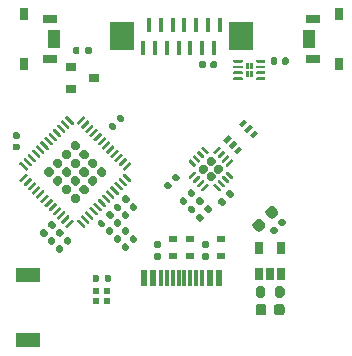
<source format=gbr>
%TF.GenerationSoftware,KiCad,Pcbnew,(5.1.12-1-10_14)*%
%TF.CreationDate,2022-05-03T17:18:33+08:00*%
%TF.ProjectId,DeerMon,44656572-4d6f-46e2-9e6b-696361645f70,V1.2*%
%TF.SameCoordinates,Original*%
%TF.FileFunction,Paste,Top*%
%TF.FilePolarity,Positive*%
%FSLAX46Y46*%
G04 Gerber Fmt 4.6, Leading zero omitted, Abs format (unit mm)*
G04 Created by KiCad (PCBNEW (5.1.12-1-10_14)) date 2022-05-03 17:18:33*
%MOMM*%
%LPD*%
G01*
G04 APERTURE LIST*
%ADD10R,0.500000X0.500000*%
%ADD11R,0.700000X0.600000*%
%ADD12R,0.300000X1.450000*%
%ADD13R,0.600000X1.450000*%
%ADD14R,0.650000X1.060000*%
%ADD15R,1.000000X1.500000*%
%ADD16R,1.200000X0.700000*%
%ADD17R,0.700000X1.100000*%
%ADD18R,2.000000X1.200000*%
%ADD19R,2.000000X2.400000*%
%ADD20R,0.400000X1.150000*%
%ADD21R,0.900000X0.800000*%
%ADD22C,0.350000*%
G04 APERTURE END LIST*
D10*
%TO.C,D4*%
X8700000Y12950000D03*
X7800000Y12950000D03*
X7800000Y12050000D03*
X8700000Y12050000D03*
%TD*%
%TO.C,C3*%
G36*
G01*
X17450000Y31930000D02*
X17450000Y32270000D01*
G75*
G02*
X17590000Y32410000I140000J0D01*
G01*
X17870000Y32410000D01*
G75*
G02*
X18010000Y32270000I0J-140000D01*
G01*
X18010000Y31930000D01*
G75*
G02*
X17870000Y31790000I-140000J0D01*
G01*
X17590000Y31790000D01*
G75*
G02*
X17450000Y31930000I0J140000D01*
G01*
G37*
G36*
G01*
X16490000Y31930000D02*
X16490000Y32270000D01*
G75*
G02*
X16630000Y32410000I140000J0D01*
G01*
X16910000Y32410000D01*
G75*
G02*
X17050000Y32270000I0J-140000D01*
G01*
X17050000Y31930000D01*
G75*
G02*
X16910000Y31790000I-140000J0D01*
G01*
X16630000Y31790000D01*
G75*
G02*
X16490000Y31930000I0J140000D01*
G01*
G37*
%TD*%
%TO.C,C4*%
G36*
G01*
X23436629Y18421213D02*
X23196213Y18661629D01*
G75*
G02*
X23196213Y18859619I98995J98995D01*
G01*
X23394203Y19057609D01*
G75*
G02*
X23592193Y19057609I98995J-98995D01*
G01*
X23832609Y18817193D01*
G75*
G02*
X23832609Y18619203I-98995J-98995D01*
G01*
X23634619Y18421213D01*
G75*
G02*
X23436629Y18421213I-98995J98995D01*
G01*
G37*
G36*
G01*
X22757807Y17742391D02*
X22517391Y17982807D01*
G75*
G02*
X22517391Y18180797I98995J98995D01*
G01*
X22715381Y18378787D01*
G75*
G02*
X22913371Y18378787I98995J-98995D01*
G01*
X23153787Y18138371D01*
G75*
G02*
X23153787Y17940381I-98995J-98995D01*
G01*
X22955797Y17742391D01*
G75*
G02*
X22757807Y17742391I-98995J98995D01*
G01*
G37*
%TD*%
%TO.C,C8*%
G36*
G01*
X23500000Y32230000D02*
X23500000Y32570000D01*
G75*
G02*
X23640000Y32710000I140000J0D01*
G01*
X23920000Y32710000D01*
G75*
G02*
X24060000Y32570000I0J-140000D01*
G01*
X24060000Y32230000D01*
G75*
G02*
X23920000Y32090000I-140000J0D01*
G01*
X23640000Y32090000D01*
G75*
G02*
X23500000Y32230000I0J140000D01*
G01*
G37*
G36*
G01*
X22540000Y32230000D02*
X22540000Y32570000D01*
G75*
G02*
X22680000Y32710000I140000J0D01*
G01*
X22960000Y32710000D01*
G75*
G02*
X23100000Y32570000I0J-140000D01*
G01*
X23100000Y32230000D01*
G75*
G02*
X22960000Y32090000I-140000J0D01*
G01*
X22680000Y32090000D01*
G75*
G02*
X22540000Y32230000I0J140000D01*
G01*
G37*
%TD*%
%TO.C,C11*%
G36*
G01*
X10338371Y19678787D02*
X10578787Y19438371D01*
G75*
G02*
X10578787Y19240381I-98995J-98995D01*
G01*
X10380797Y19042391D01*
G75*
G02*
X10182807Y19042391I-98995J98995D01*
G01*
X9942391Y19282807D01*
G75*
G02*
X9942391Y19480797I98995J98995D01*
G01*
X10140381Y19678787D01*
G75*
G02*
X10338371Y19678787I98995J-98995D01*
G01*
G37*
G36*
G01*
X11017193Y20357609D02*
X11257609Y20117193D01*
G75*
G02*
X11257609Y19919203I-98995J-98995D01*
G01*
X11059619Y19721213D01*
G75*
G02*
X10861629Y19721213I-98995J98995D01*
G01*
X10621213Y19961629D01*
G75*
G02*
X10621213Y20159619I98995J98995D01*
G01*
X10819203Y20357609D01*
G75*
G02*
X11017193Y20357609I98995J-98995D01*
G01*
G37*
%TD*%
%TO.C,C13*%
G36*
G01*
X8988371Y18328787D02*
X9228787Y18088371D01*
G75*
G02*
X9228787Y17890381I-98995J-98995D01*
G01*
X9030797Y17692391D01*
G75*
G02*
X8832807Y17692391I-98995J98995D01*
G01*
X8592391Y17932807D01*
G75*
G02*
X8592391Y18130797I98995J98995D01*
G01*
X8790381Y18328787D01*
G75*
G02*
X8988371Y18328787I98995J-98995D01*
G01*
G37*
G36*
G01*
X9667193Y19007609D02*
X9907609Y18767193D01*
G75*
G02*
X9907609Y18569203I-98995J-98995D01*
G01*
X9709619Y18371213D01*
G75*
G02*
X9511629Y18371213I-98995J98995D01*
G01*
X9271213Y18611629D01*
G75*
G02*
X9271213Y18809619I98995J98995D01*
G01*
X9469203Y19007609D01*
G75*
G02*
X9667193Y19007609I98995J-98995D01*
G01*
G37*
%TD*%
D11*
%TO.C,D1*%
X15750000Y15900000D03*
X15750000Y17300000D03*
%TD*%
%TO.C,D2*%
X14250000Y15900000D03*
X14250000Y17300000D03*
%TD*%
%TO.C,D3*%
X18300000Y15900000D03*
X18300000Y17300000D03*
%TD*%
D12*
%TO.C,J1*%
X14750000Y14045000D03*
X16750000Y14045000D03*
X16250000Y14045000D03*
X15750000Y14045000D03*
X15250000Y14045000D03*
X14250000Y14045000D03*
X13750000Y14045000D03*
X13250000Y14045000D03*
D13*
X18200000Y14045000D03*
X17400000Y14045000D03*
X12600000Y14045000D03*
X11800000Y14045000D03*
X11800000Y14045000D03*
X12600000Y14045000D03*
X17400000Y14045000D03*
X18200000Y14045000D03*
%TD*%
%TO.C,R3*%
G36*
G01*
X12790000Y16135000D02*
X13160000Y16135000D01*
G75*
G02*
X13295000Y16000000I0J-135000D01*
G01*
X13295000Y15730000D01*
G75*
G02*
X13160000Y15595000I-135000J0D01*
G01*
X12790000Y15595000D01*
G75*
G02*
X12655000Y15730000I0J135000D01*
G01*
X12655000Y16000000D01*
G75*
G02*
X12790000Y16135000I135000J0D01*
G01*
G37*
G36*
G01*
X12790000Y17155000D02*
X13160000Y17155000D01*
G75*
G02*
X13295000Y17020000I0J-135000D01*
G01*
X13295000Y16750000D01*
G75*
G02*
X13160000Y16615000I-135000J0D01*
G01*
X12790000Y16615000D01*
G75*
G02*
X12655000Y16750000I0J135000D01*
G01*
X12655000Y17020000D01*
G75*
G02*
X12790000Y17155000I135000J0D01*
G01*
G37*
%TD*%
%TO.C,R4*%
G36*
G01*
X16840000Y16135000D02*
X17210000Y16135000D01*
G75*
G02*
X17345000Y16000000I0J-135000D01*
G01*
X17345000Y15730000D01*
G75*
G02*
X17210000Y15595000I-135000J0D01*
G01*
X16840000Y15595000D01*
G75*
G02*
X16705000Y15730000I0J135000D01*
G01*
X16705000Y16000000D01*
G75*
G02*
X16840000Y16135000I135000J0D01*
G01*
G37*
G36*
G01*
X16840000Y17155000D02*
X17210000Y17155000D01*
G75*
G02*
X17345000Y17020000I0J-135000D01*
G01*
X17345000Y16750000D01*
G75*
G02*
X17210000Y16615000I-135000J0D01*
G01*
X16840000Y16615000D01*
G75*
G02*
X16705000Y16750000I0J135000D01*
G01*
X16705000Y17020000D01*
G75*
G02*
X16840000Y17155000I135000J0D01*
G01*
G37*
%TD*%
%TO.C,R7*%
G36*
G01*
X17200520Y19538891D02*
X16938891Y19800520D01*
G75*
G02*
X16938891Y19991438I95459J95459D01*
G01*
X17129810Y20182357D01*
G75*
G02*
X17320728Y20182357I95459J-95459D01*
G01*
X17582357Y19920728D01*
G75*
G02*
X17582357Y19729810I-95459J-95459D01*
G01*
X17391438Y19538891D01*
G75*
G02*
X17200520Y19538891I-95459J95459D01*
G01*
G37*
G36*
G01*
X16479272Y18817643D02*
X16217643Y19079272D01*
G75*
G02*
X16217643Y19270190I95459J95459D01*
G01*
X16408562Y19461109D01*
G75*
G02*
X16599480Y19461109I95459J-95459D01*
G01*
X16861109Y19199480D01*
G75*
G02*
X16861109Y19008562I-95459J-95459D01*
G01*
X16670190Y18817643D01*
G75*
G02*
X16479272Y18817643I-95459J95459D01*
G01*
G37*
%TD*%
%TO.C,R8*%
G36*
G01*
X16500520Y20238891D02*
X16238891Y20500520D01*
G75*
G02*
X16238891Y20691438I95459J95459D01*
G01*
X16429810Y20882357D01*
G75*
G02*
X16620728Y20882357I95459J-95459D01*
G01*
X16882357Y20620728D01*
G75*
G02*
X16882357Y20429810I-95459J-95459D01*
G01*
X16691438Y20238891D01*
G75*
G02*
X16500520Y20238891I-95459J95459D01*
G01*
G37*
G36*
G01*
X15779272Y19517643D02*
X15517643Y19779272D01*
G75*
G02*
X15517643Y19970190I95459J95459D01*
G01*
X15708562Y20161109D01*
G75*
G02*
X15899480Y20161109I95459J-95459D01*
G01*
X16161109Y19899480D01*
G75*
G02*
X16161109Y19708562I-95459J-95459D01*
G01*
X15970190Y19517643D01*
G75*
G02*
X15779272Y19517643I-95459J95459D01*
G01*
G37*
%TD*%
%TO.C,R10*%
G36*
G01*
X8274480Y18986109D02*
X8536109Y18724480D01*
G75*
G02*
X8536109Y18533562I-95459J-95459D01*
G01*
X8345190Y18342643D01*
G75*
G02*
X8154272Y18342643I-95459J95459D01*
G01*
X7892643Y18604272D01*
G75*
G02*
X7892643Y18795190I95459J95459D01*
G01*
X8083562Y18986109D01*
G75*
G02*
X8274480Y18986109I95459J-95459D01*
G01*
G37*
G36*
G01*
X8995728Y19707357D02*
X9257357Y19445728D01*
G75*
G02*
X9257357Y19254810I-95459J-95459D01*
G01*
X9066438Y19063891D01*
G75*
G02*
X8875520Y19063891I-95459J95459D01*
G01*
X8613891Y19325520D01*
G75*
G02*
X8613891Y19516438I95459J95459D01*
G01*
X8804810Y19707357D01*
G75*
G02*
X8995728Y19707357I95459J-95459D01*
G01*
G37*
%TD*%
%TO.C,R12*%
G36*
G01*
X10225520Y20413891D02*
X9963891Y20675520D01*
G75*
G02*
X9963891Y20866438I95459J95459D01*
G01*
X10154810Y21057357D01*
G75*
G02*
X10345728Y21057357I95459J-95459D01*
G01*
X10607357Y20795728D01*
G75*
G02*
X10607357Y20604810I-95459J-95459D01*
G01*
X10416438Y20413891D01*
G75*
G02*
X10225520Y20413891I-95459J95459D01*
G01*
G37*
G36*
G01*
X9504272Y19692643D02*
X9242643Y19954272D01*
G75*
G02*
X9242643Y20145190I95459J95459D01*
G01*
X9433562Y20336109D01*
G75*
G02*
X9624480Y20336109I95459J-95459D01*
G01*
X9886109Y20074480D01*
G75*
G02*
X9886109Y19883562I-95459J-95459D01*
G01*
X9695190Y19692643D01*
G75*
G02*
X9504272Y19692643I-95459J95459D01*
G01*
G37*
%TD*%
D14*
%TO.C,U3*%
X21550000Y16600000D03*
X23450000Y16600000D03*
X23450000Y14400000D03*
X22500000Y14400000D03*
X21550000Y14400000D03*
%TD*%
%TO.C,U4*%
G36*
G01*
X7882672Y23609879D02*
X7617507Y23344714D01*
G75*
G02*
X7352341Y23344714I-132583J132583D01*
G01*
X7087176Y23609879D01*
G75*
G02*
X7087176Y23875045I132583J132583D01*
G01*
X7352341Y24140210D01*
G75*
G02*
X7617507Y24140210I132583J-132583D01*
G01*
X7882672Y23875045D01*
G75*
G02*
X7882672Y23609879I-132583J-132583D01*
G01*
G37*
G36*
G01*
X7140210Y22867417D02*
X6875045Y22602252D01*
G75*
G02*
X6609879Y22602252I-132583J132583D01*
G01*
X6344714Y22867417D01*
G75*
G02*
X6344714Y23132583I132583J132583D01*
G01*
X6609879Y23397748D01*
G75*
G02*
X6875045Y23397748I132583J-132583D01*
G01*
X7140210Y23132583D01*
G75*
G02*
X7140210Y22867417I-132583J-132583D01*
G01*
G37*
G36*
G01*
X6397748Y22124955D02*
X6132583Y21859790D01*
G75*
G02*
X5867417Y21859790I-132583J132583D01*
G01*
X5602252Y22124955D01*
G75*
G02*
X5602252Y22390121I132583J132583D01*
G01*
X5867417Y22655286D01*
G75*
G02*
X6132583Y22655286I132583J-132583D01*
G01*
X6397748Y22390121D01*
G75*
G02*
X6397748Y22124955I-132583J-132583D01*
G01*
G37*
G36*
G01*
X8625134Y22867417D02*
X8359969Y22602252D01*
G75*
G02*
X8094803Y22602252I-132583J132583D01*
G01*
X7829638Y22867417D01*
G75*
G02*
X7829638Y23132583I132583J132583D01*
G01*
X8094803Y23397748D01*
G75*
G02*
X8359969Y23397748I132583J-132583D01*
G01*
X8625134Y23132583D01*
G75*
G02*
X8625134Y22867417I-132583J-132583D01*
G01*
G37*
G36*
G01*
X7882672Y22124955D02*
X7617507Y21859790D01*
G75*
G02*
X7352341Y21859790I-132583J132583D01*
G01*
X7087176Y22124955D01*
G75*
G02*
X7087176Y22390121I132583J132583D01*
G01*
X7352341Y22655286D01*
G75*
G02*
X7617507Y22655286I132583J-132583D01*
G01*
X7882672Y22390121D01*
G75*
G02*
X7882672Y22124955I-132583J-132583D01*
G01*
G37*
G36*
G01*
X7140210Y21382493D02*
X6875045Y21117328D01*
G75*
G02*
X6609879Y21117328I-132583J132583D01*
G01*
X6344714Y21382493D01*
G75*
G02*
X6344714Y21647659I132583J132583D01*
G01*
X6609879Y21912824D01*
G75*
G02*
X6875045Y21912824I132583J-132583D01*
G01*
X7140210Y21647659D01*
G75*
G02*
X7140210Y21382493I-132583J-132583D01*
G01*
G37*
G36*
G01*
X6397748Y25094803D02*
X6132583Y24829638D01*
G75*
G02*
X5867417Y24829638I-132583J132583D01*
G01*
X5602252Y25094803D01*
G75*
G02*
X5602252Y25359969I132583J132583D01*
G01*
X5867417Y25625134D01*
G75*
G02*
X6132583Y25625134I132583J-132583D01*
G01*
X6397748Y25359969D01*
G75*
G02*
X6397748Y25094803I-132583J-132583D01*
G01*
G37*
G36*
G01*
X5655286Y24352341D02*
X5390121Y24087176D01*
G75*
G02*
X5124955Y24087176I-132583J132583D01*
G01*
X4859790Y24352341D01*
G75*
G02*
X4859790Y24617507I132583J132583D01*
G01*
X5124955Y24882672D01*
G75*
G02*
X5390121Y24882672I132583J-132583D01*
G01*
X5655286Y24617507D01*
G75*
G02*
X5655286Y24352341I-132583J-132583D01*
G01*
G37*
G36*
G01*
X4912824Y23609879D02*
X4647659Y23344714D01*
G75*
G02*
X4382493Y23344714I-132583J132583D01*
G01*
X4117328Y23609879D01*
G75*
G02*
X4117328Y23875045I132583J132583D01*
G01*
X4382493Y24140210D01*
G75*
G02*
X4647659Y24140210I132583J-132583D01*
G01*
X4912824Y23875045D01*
G75*
G02*
X4912824Y23609879I-132583J-132583D01*
G01*
G37*
G36*
G01*
X7140210Y24352341D02*
X6875045Y24087176D01*
G75*
G02*
X6609879Y24087176I-132583J132583D01*
G01*
X6344714Y24352341D01*
G75*
G02*
X6344714Y24617507I132583J132583D01*
G01*
X6609879Y24882672D01*
G75*
G02*
X6875045Y24882672I132583J-132583D01*
G01*
X7140210Y24617507D01*
G75*
G02*
X7140210Y24352341I-132583J-132583D01*
G01*
G37*
G36*
G01*
X6397748Y23609879D02*
X6132583Y23344714D01*
G75*
G02*
X5867417Y23344714I-132583J132583D01*
G01*
X5602252Y23609879D01*
G75*
G02*
X5602252Y23875045I132583J132583D01*
G01*
X5867417Y24140210D01*
G75*
G02*
X6132583Y24140210I132583J-132583D01*
G01*
X6397748Y23875045D01*
G75*
G02*
X6397748Y23609879I-132583J-132583D01*
G01*
G37*
G36*
G01*
X5655286Y22867417D02*
X5390121Y22602252D01*
G75*
G02*
X5124955Y22602252I-132583J132583D01*
G01*
X4859790Y22867417D01*
G75*
G02*
X4859790Y23132583I132583J132583D01*
G01*
X5124955Y23397748D01*
G75*
G02*
X5390121Y23397748I132583J-132583D01*
G01*
X5655286Y23132583D01*
G75*
G02*
X5655286Y22867417I-132583J-132583D01*
G01*
G37*
G36*
G01*
X4170362Y22867417D02*
X3905197Y22602252D01*
G75*
G02*
X3640031Y22602252I-132583J132583D01*
G01*
X3374866Y22867417D01*
G75*
G02*
X3374866Y23132583I132583J132583D01*
G01*
X3640031Y23397748D01*
G75*
G02*
X3905197Y23397748I132583J-132583D01*
G01*
X4170362Y23132583D01*
G75*
G02*
X4170362Y22867417I-132583J-132583D01*
G01*
G37*
G36*
G01*
X4912824Y22124955D02*
X4647659Y21859790D01*
G75*
G02*
X4382493Y21859790I-132583J132583D01*
G01*
X4117328Y22124955D01*
G75*
G02*
X4117328Y22390121I132583J132583D01*
G01*
X4382493Y22655286D01*
G75*
G02*
X4647659Y22655286I132583J-132583D01*
G01*
X4912824Y22390121D01*
G75*
G02*
X4912824Y22124955I-132583J-132583D01*
G01*
G37*
G36*
G01*
X5655286Y21382493D02*
X5390121Y21117328D01*
G75*
G02*
X5124955Y21117328I-132583J132583D01*
G01*
X4859790Y21382493D01*
G75*
G02*
X4859790Y21647659I132583J132583D01*
G01*
X5124955Y21912824D01*
G75*
G02*
X5390121Y21912824I132583J-132583D01*
G01*
X5655286Y21647659D01*
G75*
G02*
X5655286Y21382493I-132583J-132583D01*
G01*
G37*
G36*
G01*
X6397748Y20640031D02*
X6132583Y20374866D01*
G75*
G02*
X5867417Y20374866I-132583J132583D01*
G01*
X5602252Y20640031D01*
G75*
G02*
X5602252Y20905197I132583J132583D01*
G01*
X5867417Y21170362D01*
G75*
G02*
X6132583Y21170362I132583J-132583D01*
G01*
X6397748Y20905197D01*
G75*
G02*
X6397748Y20640031I-132583J-132583D01*
G01*
G37*
G36*
G01*
X5867417Y18801554D02*
X5337087Y18271224D01*
G75*
G02*
X5248699Y18271224I-44194J44194D01*
G01*
X5160311Y18359612D01*
G75*
G02*
X5160311Y18448000I44194J44194D01*
G01*
X5690641Y18978330D01*
G75*
G02*
X5779029Y18978330I44194J-44194D01*
G01*
X5867417Y18889942D01*
G75*
G02*
X5867417Y18801554I-44194J-44194D01*
G01*
G37*
G36*
G01*
X5513864Y19155107D02*
X4983534Y18624777D01*
G75*
G02*
X4895146Y18624777I-44194J44194D01*
G01*
X4806758Y18713165D01*
G75*
G02*
X4806758Y18801553I44194J44194D01*
G01*
X5337088Y19331883D01*
G75*
G02*
X5425476Y19331883I44194J-44194D01*
G01*
X5513864Y19243495D01*
G75*
G02*
X5513864Y19155107I-44194J-44194D01*
G01*
G37*
G36*
G01*
X5160310Y19508661D02*
X4629980Y18978331D01*
G75*
G02*
X4541592Y18978331I-44194J44194D01*
G01*
X4453204Y19066719D01*
G75*
G02*
X4453204Y19155107I44194J44194D01*
G01*
X4983534Y19685437D01*
G75*
G02*
X5071922Y19685437I44194J-44194D01*
G01*
X5160310Y19597049D01*
G75*
G02*
X5160310Y19508661I-44194J-44194D01*
G01*
G37*
G36*
G01*
X4806757Y19862214D02*
X4276427Y19331884D01*
G75*
G02*
X4188039Y19331884I-44194J44194D01*
G01*
X4099651Y19420272D01*
G75*
G02*
X4099651Y19508660I44194J44194D01*
G01*
X4629981Y20038990D01*
G75*
G02*
X4718369Y20038990I44194J-44194D01*
G01*
X4806757Y19950602D01*
G75*
G02*
X4806757Y19862214I-44194J-44194D01*
G01*
G37*
G36*
G01*
X4453204Y20215767D02*
X3922874Y19685437D01*
G75*
G02*
X3834486Y19685437I-44194J44194D01*
G01*
X3746098Y19773825D01*
G75*
G02*
X3746098Y19862213I44194J44194D01*
G01*
X4276428Y20392543D01*
G75*
G02*
X4364816Y20392543I44194J-44194D01*
G01*
X4453204Y20304155D01*
G75*
G02*
X4453204Y20215767I-44194J-44194D01*
G01*
G37*
G36*
G01*
X4099650Y20569321D02*
X3569320Y20038991D01*
G75*
G02*
X3480932Y20038991I-44194J44194D01*
G01*
X3392544Y20127379D01*
G75*
G02*
X3392544Y20215767I44194J44194D01*
G01*
X3922874Y20746097D01*
G75*
G02*
X4011262Y20746097I44194J-44194D01*
G01*
X4099650Y20657709D01*
G75*
G02*
X4099650Y20569321I-44194J-44194D01*
G01*
G37*
G36*
G01*
X3746097Y20922874D02*
X3215767Y20392544D01*
G75*
G02*
X3127379Y20392544I-44194J44194D01*
G01*
X3038991Y20480932D01*
G75*
G02*
X3038991Y20569320I44194J44194D01*
G01*
X3569321Y21099650D01*
G75*
G02*
X3657709Y21099650I44194J-44194D01*
G01*
X3746097Y21011262D01*
G75*
G02*
X3746097Y20922874I-44194J-44194D01*
G01*
G37*
G36*
G01*
X3392543Y21276428D02*
X2862213Y20746098D01*
G75*
G02*
X2773825Y20746098I-44194J44194D01*
G01*
X2685437Y20834486D01*
G75*
G02*
X2685437Y20922874I44194J44194D01*
G01*
X3215767Y21453204D01*
G75*
G02*
X3304155Y21453204I44194J-44194D01*
G01*
X3392543Y21364816D01*
G75*
G02*
X3392543Y21276428I-44194J-44194D01*
G01*
G37*
G36*
G01*
X3038990Y21629981D02*
X2508660Y21099651D01*
G75*
G02*
X2420272Y21099651I-44194J44194D01*
G01*
X2331884Y21188039D01*
G75*
G02*
X2331884Y21276427I44194J44194D01*
G01*
X2862214Y21806757D01*
G75*
G02*
X2950602Y21806757I44194J-44194D01*
G01*
X3038990Y21718369D01*
G75*
G02*
X3038990Y21629981I-44194J-44194D01*
G01*
G37*
G36*
G01*
X2685437Y21983534D02*
X2155107Y21453204D01*
G75*
G02*
X2066719Y21453204I-44194J44194D01*
G01*
X1978331Y21541592D01*
G75*
G02*
X1978331Y21629980I44194J44194D01*
G01*
X2508661Y22160310D01*
G75*
G02*
X2597049Y22160310I44194J-44194D01*
G01*
X2685437Y22071922D01*
G75*
G02*
X2685437Y21983534I-44194J-44194D01*
G01*
G37*
G36*
G01*
X2331883Y22337088D02*
X1801553Y21806758D01*
G75*
G02*
X1713165Y21806758I-44194J44194D01*
G01*
X1624777Y21895146D01*
G75*
G02*
X1624777Y21983534I44194J44194D01*
G01*
X2155107Y22513864D01*
G75*
G02*
X2243495Y22513864I44194J-44194D01*
G01*
X2331883Y22425476D01*
G75*
G02*
X2331883Y22337088I-44194J-44194D01*
G01*
G37*
G36*
G01*
X1978330Y22690641D02*
X1448000Y22160311D01*
G75*
G02*
X1359612Y22160311I-44194J44194D01*
G01*
X1271224Y22248699D01*
G75*
G02*
X1271224Y22337087I44194J44194D01*
G01*
X1801554Y22867417D01*
G75*
G02*
X1889942Y22867417I44194J-44194D01*
G01*
X1978330Y22779029D01*
G75*
G02*
X1978330Y22690641I-44194J-44194D01*
G01*
G37*
G36*
G01*
X1978330Y23220971D02*
X1889942Y23132583D01*
G75*
G02*
X1801554Y23132583I-44194J44194D01*
G01*
X1271224Y23662913D01*
G75*
G02*
X1271224Y23751301I44194J44194D01*
G01*
X1359612Y23839689D01*
G75*
G02*
X1448000Y23839689I44194J-44194D01*
G01*
X1978330Y23309359D01*
G75*
G02*
X1978330Y23220971I-44194J-44194D01*
G01*
G37*
G36*
G01*
X2331883Y23574524D02*
X2243495Y23486136D01*
G75*
G02*
X2155107Y23486136I-44194J44194D01*
G01*
X1624777Y24016466D01*
G75*
G02*
X1624777Y24104854I44194J44194D01*
G01*
X1713165Y24193242D01*
G75*
G02*
X1801553Y24193242I44194J-44194D01*
G01*
X2331883Y23662912D01*
G75*
G02*
X2331883Y23574524I-44194J-44194D01*
G01*
G37*
G36*
G01*
X2685437Y23928078D02*
X2597049Y23839690D01*
G75*
G02*
X2508661Y23839690I-44194J44194D01*
G01*
X1978331Y24370020D01*
G75*
G02*
X1978331Y24458408I44194J44194D01*
G01*
X2066719Y24546796D01*
G75*
G02*
X2155107Y24546796I44194J-44194D01*
G01*
X2685437Y24016466D01*
G75*
G02*
X2685437Y23928078I-44194J-44194D01*
G01*
G37*
G36*
G01*
X3038990Y24281631D02*
X2950602Y24193243D01*
G75*
G02*
X2862214Y24193243I-44194J44194D01*
G01*
X2331884Y24723573D01*
G75*
G02*
X2331884Y24811961I44194J44194D01*
G01*
X2420272Y24900349D01*
G75*
G02*
X2508660Y24900349I44194J-44194D01*
G01*
X3038990Y24370019D01*
G75*
G02*
X3038990Y24281631I-44194J-44194D01*
G01*
G37*
G36*
G01*
X3392543Y24635184D02*
X3304155Y24546796D01*
G75*
G02*
X3215767Y24546796I-44194J44194D01*
G01*
X2685437Y25077126D01*
G75*
G02*
X2685437Y25165514I44194J44194D01*
G01*
X2773825Y25253902D01*
G75*
G02*
X2862213Y25253902I44194J-44194D01*
G01*
X3392543Y24723572D01*
G75*
G02*
X3392543Y24635184I-44194J-44194D01*
G01*
G37*
G36*
G01*
X3746097Y24988738D02*
X3657709Y24900350D01*
G75*
G02*
X3569321Y24900350I-44194J44194D01*
G01*
X3038991Y25430680D01*
G75*
G02*
X3038991Y25519068I44194J44194D01*
G01*
X3127379Y25607456D01*
G75*
G02*
X3215767Y25607456I44194J-44194D01*
G01*
X3746097Y25077126D01*
G75*
G02*
X3746097Y24988738I-44194J-44194D01*
G01*
G37*
G36*
G01*
X4099650Y25342291D02*
X4011262Y25253903D01*
G75*
G02*
X3922874Y25253903I-44194J44194D01*
G01*
X3392544Y25784233D01*
G75*
G02*
X3392544Y25872621I44194J44194D01*
G01*
X3480932Y25961009D01*
G75*
G02*
X3569320Y25961009I44194J-44194D01*
G01*
X4099650Y25430679D01*
G75*
G02*
X4099650Y25342291I-44194J-44194D01*
G01*
G37*
G36*
G01*
X4453204Y25695845D02*
X4364816Y25607457D01*
G75*
G02*
X4276428Y25607457I-44194J44194D01*
G01*
X3746098Y26137787D01*
G75*
G02*
X3746098Y26226175I44194J44194D01*
G01*
X3834486Y26314563D01*
G75*
G02*
X3922874Y26314563I44194J-44194D01*
G01*
X4453204Y25784233D01*
G75*
G02*
X4453204Y25695845I-44194J-44194D01*
G01*
G37*
G36*
G01*
X4806757Y26049398D02*
X4718369Y25961010D01*
G75*
G02*
X4629981Y25961010I-44194J44194D01*
G01*
X4099651Y26491340D01*
G75*
G02*
X4099651Y26579728I44194J44194D01*
G01*
X4188039Y26668116D01*
G75*
G02*
X4276427Y26668116I44194J-44194D01*
G01*
X4806757Y26137786D01*
G75*
G02*
X4806757Y26049398I-44194J-44194D01*
G01*
G37*
G36*
G01*
X5160310Y26402951D02*
X5071922Y26314563D01*
G75*
G02*
X4983534Y26314563I-44194J44194D01*
G01*
X4453204Y26844893D01*
G75*
G02*
X4453204Y26933281I44194J44194D01*
G01*
X4541592Y27021669D01*
G75*
G02*
X4629980Y27021669I44194J-44194D01*
G01*
X5160310Y26491339D01*
G75*
G02*
X5160310Y26402951I-44194J-44194D01*
G01*
G37*
G36*
G01*
X5513864Y26756505D02*
X5425476Y26668117D01*
G75*
G02*
X5337088Y26668117I-44194J44194D01*
G01*
X4806758Y27198447D01*
G75*
G02*
X4806758Y27286835I44194J44194D01*
G01*
X4895146Y27375223D01*
G75*
G02*
X4983534Y27375223I44194J-44194D01*
G01*
X5513864Y26844893D01*
G75*
G02*
X5513864Y26756505I-44194J-44194D01*
G01*
G37*
G36*
G01*
X5867417Y27110058D02*
X5779029Y27021670D01*
G75*
G02*
X5690641Y27021670I-44194J44194D01*
G01*
X5160311Y27552000D01*
G75*
G02*
X5160311Y27640388I44194J44194D01*
G01*
X5248699Y27728776D01*
G75*
G02*
X5337087Y27728776I44194J-44194D01*
G01*
X5867417Y27198446D01*
G75*
G02*
X5867417Y27110058I-44194J-44194D01*
G01*
G37*
G36*
G01*
X6839689Y27552000D02*
X6309359Y27021670D01*
G75*
G02*
X6220971Y27021670I-44194J44194D01*
G01*
X6132583Y27110058D01*
G75*
G02*
X6132583Y27198446I44194J44194D01*
G01*
X6662913Y27728776D01*
G75*
G02*
X6751301Y27728776I44194J-44194D01*
G01*
X6839689Y27640388D01*
G75*
G02*
X6839689Y27552000I-44194J-44194D01*
G01*
G37*
G36*
G01*
X7193242Y27198447D02*
X6662912Y26668117D01*
G75*
G02*
X6574524Y26668117I-44194J44194D01*
G01*
X6486136Y26756505D01*
G75*
G02*
X6486136Y26844893I44194J44194D01*
G01*
X7016466Y27375223D01*
G75*
G02*
X7104854Y27375223I44194J-44194D01*
G01*
X7193242Y27286835D01*
G75*
G02*
X7193242Y27198447I-44194J-44194D01*
G01*
G37*
G36*
G01*
X7546796Y26844893D02*
X7016466Y26314563D01*
G75*
G02*
X6928078Y26314563I-44194J44194D01*
G01*
X6839690Y26402951D01*
G75*
G02*
X6839690Y26491339I44194J44194D01*
G01*
X7370020Y27021669D01*
G75*
G02*
X7458408Y27021669I44194J-44194D01*
G01*
X7546796Y26933281D01*
G75*
G02*
X7546796Y26844893I-44194J-44194D01*
G01*
G37*
G36*
G01*
X7900349Y26491340D02*
X7370019Y25961010D01*
G75*
G02*
X7281631Y25961010I-44194J44194D01*
G01*
X7193243Y26049398D01*
G75*
G02*
X7193243Y26137786I44194J44194D01*
G01*
X7723573Y26668116D01*
G75*
G02*
X7811961Y26668116I44194J-44194D01*
G01*
X7900349Y26579728D01*
G75*
G02*
X7900349Y26491340I-44194J-44194D01*
G01*
G37*
G36*
G01*
X8253902Y26137787D02*
X7723572Y25607457D01*
G75*
G02*
X7635184Y25607457I-44194J44194D01*
G01*
X7546796Y25695845D01*
G75*
G02*
X7546796Y25784233I44194J44194D01*
G01*
X8077126Y26314563D01*
G75*
G02*
X8165514Y26314563I44194J-44194D01*
G01*
X8253902Y26226175D01*
G75*
G02*
X8253902Y26137787I-44194J-44194D01*
G01*
G37*
G36*
G01*
X8607456Y25784233D02*
X8077126Y25253903D01*
G75*
G02*
X7988738Y25253903I-44194J44194D01*
G01*
X7900350Y25342291D01*
G75*
G02*
X7900350Y25430679I44194J44194D01*
G01*
X8430680Y25961009D01*
G75*
G02*
X8519068Y25961009I44194J-44194D01*
G01*
X8607456Y25872621D01*
G75*
G02*
X8607456Y25784233I-44194J-44194D01*
G01*
G37*
G36*
G01*
X8961009Y25430680D02*
X8430679Y24900350D01*
G75*
G02*
X8342291Y24900350I-44194J44194D01*
G01*
X8253903Y24988738D01*
G75*
G02*
X8253903Y25077126I44194J44194D01*
G01*
X8784233Y25607456D01*
G75*
G02*
X8872621Y25607456I44194J-44194D01*
G01*
X8961009Y25519068D01*
G75*
G02*
X8961009Y25430680I-44194J-44194D01*
G01*
G37*
G36*
G01*
X9314563Y25077126D02*
X8784233Y24546796D01*
G75*
G02*
X8695845Y24546796I-44194J44194D01*
G01*
X8607457Y24635184D01*
G75*
G02*
X8607457Y24723572I44194J44194D01*
G01*
X9137787Y25253902D01*
G75*
G02*
X9226175Y25253902I44194J-44194D01*
G01*
X9314563Y25165514D01*
G75*
G02*
X9314563Y25077126I-44194J-44194D01*
G01*
G37*
G36*
G01*
X9668116Y24723573D02*
X9137786Y24193243D01*
G75*
G02*
X9049398Y24193243I-44194J44194D01*
G01*
X8961010Y24281631D01*
G75*
G02*
X8961010Y24370019I44194J44194D01*
G01*
X9491340Y24900349D01*
G75*
G02*
X9579728Y24900349I44194J-44194D01*
G01*
X9668116Y24811961D01*
G75*
G02*
X9668116Y24723573I-44194J-44194D01*
G01*
G37*
G36*
G01*
X10021669Y24370020D02*
X9491339Y23839690D01*
G75*
G02*
X9402951Y23839690I-44194J44194D01*
G01*
X9314563Y23928078D01*
G75*
G02*
X9314563Y24016466I44194J44194D01*
G01*
X9844893Y24546796D01*
G75*
G02*
X9933281Y24546796I44194J-44194D01*
G01*
X10021669Y24458408D01*
G75*
G02*
X10021669Y24370020I-44194J-44194D01*
G01*
G37*
G36*
G01*
X10375223Y24016466D02*
X9844893Y23486136D01*
G75*
G02*
X9756505Y23486136I-44194J44194D01*
G01*
X9668117Y23574524D01*
G75*
G02*
X9668117Y23662912I44194J44194D01*
G01*
X10198447Y24193242D01*
G75*
G02*
X10286835Y24193242I44194J-44194D01*
G01*
X10375223Y24104854D01*
G75*
G02*
X10375223Y24016466I-44194J-44194D01*
G01*
G37*
G36*
G01*
X10728776Y23662913D02*
X10198446Y23132583D01*
G75*
G02*
X10110058Y23132583I-44194J44194D01*
G01*
X10021670Y23220971D01*
G75*
G02*
X10021670Y23309359I44194J44194D01*
G01*
X10552000Y23839689D01*
G75*
G02*
X10640388Y23839689I44194J-44194D01*
G01*
X10728776Y23751301D01*
G75*
G02*
X10728776Y23662913I-44194J-44194D01*
G01*
G37*
G36*
G01*
X10728776Y22248699D02*
X10640388Y22160311D01*
G75*
G02*
X10552000Y22160311I-44194J44194D01*
G01*
X10021670Y22690641D01*
G75*
G02*
X10021670Y22779029I44194J44194D01*
G01*
X10110058Y22867417D01*
G75*
G02*
X10198446Y22867417I44194J-44194D01*
G01*
X10728776Y22337087D01*
G75*
G02*
X10728776Y22248699I-44194J-44194D01*
G01*
G37*
G36*
G01*
X10375223Y21895146D02*
X10286835Y21806758D01*
G75*
G02*
X10198447Y21806758I-44194J44194D01*
G01*
X9668117Y22337088D01*
G75*
G02*
X9668117Y22425476I44194J44194D01*
G01*
X9756505Y22513864D01*
G75*
G02*
X9844893Y22513864I44194J-44194D01*
G01*
X10375223Y21983534D01*
G75*
G02*
X10375223Y21895146I-44194J-44194D01*
G01*
G37*
G36*
G01*
X10021669Y21541592D02*
X9933281Y21453204D01*
G75*
G02*
X9844893Y21453204I-44194J44194D01*
G01*
X9314563Y21983534D01*
G75*
G02*
X9314563Y22071922I44194J44194D01*
G01*
X9402951Y22160310D01*
G75*
G02*
X9491339Y22160310I44194J-44194D01*
G01*
X10021669Y21629980D01*
G75*
G02*
X10021669Y21541592I-44194J-44194D01*
G01*
G37*
G36*
G01*
X9668116Y21188039D02*
X9579728Y21099651D01*
G75*
G02*
X9491340Y21099651I-44194J44194D01*
G01*
X8961010Y21629981D01*
G75*
G02*
X8961010Y21718369I44194J44194D01*
G01*
X9049398Y21806757D01*
G75*
G02*
X9137786Y21806757I44194J-44194D01*
G01*
X9668116Y21276427D01*
G75*
G02*
X9668116Y21188039I-44194J-44194D01*
G01*
G37*
G36*
G01*
X9314563Y20834486D02*
X9226175Y20746098D01*
G75*
G02*
X9137787Y20746098I-44194J44194D01*
G01*
X8607457Y21276428D01*
G75*
G02*
X8607457Y21364816I44194J44194D01*
G01*
X8695845Y21453204D01*
G75*
G02*
X8784233Y21453204I44194J-44194D01*
G01*
X9314563Y20922874D01*
G75*
G02*
X9314563Y20834486I-44194J-44194D01*
G01*
G37*
G36*
G01*
X8961009Y20480932D02*
X8872621Y20392544D01*
G75*
G02*
X8784233Y20392544I-44194J44194D01*
G01*
X8253903Y20922874D01*
G75*
G02*
X8253903Y21011262I44194J44194D01*
G01*
X8342291Y21099650D01*
G75*
G02*
X8430679Y21099650I44194J-44194D01*
G01*
X8961009Y20569320D01*
G75*
G02*
X8961009Y20480932I-44194J-44194D01*
G01*
G37*
G36*
G01*
X8607456Y20127379D02*
X8519068Y20038991D01*
G75*
G02*
X8430680Y20038991I-44194J44194D01*
G01*
X7900350Y20569321D01*
G75*
G02*
X7900350Y20657709I44194J44194D01*
G01*
X7988738Y20746097D01*
G75*
G02*
X8077126Y20746097I44194J-44194D01*
G01*
X8607456Y20215767D01*
G75*
G02*
X8607456Y20127379I-44194J-44194D01*
G01*
G37*
G36*
G01*
X8253902Y19773825D02*
X8165514Y19685437D01*
G75*
G02*
X8077126Y19685437I-44194J44194D01*
G01*
X7546796Y20215767D01*
G75*
G02*
X7546796Y20304155I44194J44194D01*
G01*
X7635184Y20392543D01*
G75*
G02*
X7723572Y20392543I44194J-44194D01*
G01*
X8253902Y19862213D01*
G75*
G02*
X8253902Y19773825I-44194J-44194D01*
G01*
G37*
G36*
G01*
X7900349Y19420272D02*
X7811961Y19331884D01*
G75*
G02*
X7723573Y19331884I-44194J44194D01*
G01*
X7193243Y19862214D01*
G75*
G02*
X7193243Y19950602I44194J44194D01*
G01*
X7281631Y20038990D01*
G75*
G02*
X7370019Y20038990I44194J-44194D01*
G01*
X7900349Y19508660D01*
G75*
G02*
X7900349Y19420272I-44194J-44194D01*
G01*
G37*
G36*
G01*
X7546796Y19066719D02*
X7458408Y18978331D01*
G75*
G02*
X7370020Y18978331I-44194J44194D01*
G01*
X6839690Y19508661D01*
G75*
G02*
X6839690Y19597049I44194J44194D01*
G01*
X6928078Y19685437D01*
G75*
G02*
X7016466Y19685437I44194J-44194D01*
G01*
X7546796Y19155107D01*
G75*
G02*
X7546796Y19066719I-44194J-44194D01*
G01*
G37*
G36*
G01*
X7193242Y18713165D02*
X7104854Y18624777D01*
G75*
G02*
X7016466Y18624777I-44194J44194D01*
G01*
X6486136Y19155107D01*
G75*
G02*
X6486136Y19243495I44194J44194D01*
G01*
X6574524Y19331883D01*
G75*
G02*
X6662912Y19331883I44194J-44194D01*
G01*
X7193242Y18801553D01*
G75*
G02*
X7193242Y18713165I-44194J-44194D01*
G01*
G37*
G36*
G01*
X6839689Y18359612D02*
X6751301Y18271224D01*
G75*
G02*
X6662913Y18271224I-44194J44194D01*
G01*
X6132583Y18801554D01*
G75*
G02*
X6132583Y18889942I44194J44194D01*
G01*
X6220971Y18978330D01*
G75*
G02*
X6309359Y18978330I44194J-44194D01*
G01*
X6839689Y18448000D01*
G75*
G02*
X6839689Y18359612I-44194J-44194D01*
G01*
G37*
%TD*%
D15*
%TO.C,SW2*%
X25800000Y34250000D03*
D16*
X26100000Y35950000D03*
X26100000Y32550000D03*
D17*
X28350000Y36350000D03*
X28350000Y32150000D03*
%TD*%
D18*
%TO.C,AE1*%
X2000000Y8750000D03*
X2000000Y14250000D03*
%TD*%
D19*
%TO.C,J2*%
X20050000Y34500000D03*
X9950000Y34500000D03*
D20*
X12250000Y35475000D03*
X16250000Y35475000D03*
X17250000Y35475000D03*
X18250000Y35475000D03*
X15250000Y35475000D03*
X13250000Y35475000D03*
X14250000Y35475000D03*
X17750000Y33525000D03*
X16750000Y33525000D03*
X15750000Y33525000D03*
X14750000Y33525000D03*
X13750000Y33525000D03*
X12750000Y33525000D03*
X11750000Y33525000D03*
%TD*%
%TO.C,C9*%
G36*
G01*
X22825000Y11100000D02*
X22825000Y11600000D01*
G75*
G02*
X23050000Y11825000I225000J0D01*
G01*
X23500000Y11825000D01*
G75*
G02*
X23725000Y11600000I0J-225000D01*
G01*
X23725000Y11100000D01*
G75*
G02*
X23500000Y10875000I-225000J0D01*
G01*
X23050000Y10875000D01*
G75*
G02*
X22825000Y11100000I0J225000D01*
G01*
G37*
G36*
G01*
X21275000Y11100000D02*
X21275000Y11600000D01*
G75*
G02*
X21500000Y11825000I225000J0D01*
G01*
X21950000Y11825000D01*
G75*
G02*
X22175000Y11600000I0J-225000D01*
G01*
X22175000Y11100000D01*
G75*
G02*
X21950000Y10875000I-225000J0D01*
G01*
X21500000Y10875000D01*
G75*
G02*
X21275000Y11100000I0J225000D01*
G01*
G37*
%TD*%
%TO.C,C10*%
G36*
G01*
X22504595Y19103033D02*
X22151041Y19456587D01*
G75*
G02*
X22151041Y19774785I159099J159099D01*
G01*
X22469239Y20092983D01*
G75*
G02*
X22787437Y20092983I159099J-159099D01*
G01*
X23140991Y19739429D01*
G75*
G02*
X23140991Y19421231I-159099J-159099D01*
G01*
X22822793Y19103033D01*
G75*
G02*
X22504595Y19103033I-159099J159099D01*
G01*
G37*
G36*
G01*
X21408579Y18007017D02*
X21055025Y18360571D01*
G75*
G02*
X21055025Y18678769I159099J159099D01*
G01*
X21373223Y18996967D01*
G75*
G02*
X21691421Y18996967I159099J-159099D01*
G01*
X22044975Y18643413D01*
G75*
G02*
X22044975Y18325215I-159099J-159099D01*
G01*
X21726777Y18007017D01*
G75*
G02*
X21408579Y18007017I-159099J159099D01*
G01*
G37*
%TD*%
D21*
%TO.C,Q2*%
X7600000Y30975000D03*
X5600000Y30025000D03*
X5600000Y31925000D03*
%TD*%
D15*
%TO.C,SW1*%
X4200000Y34250000D03*
D16*
X3900000Y32550000D03*
X3900000Y35950000D03*
D17*
X1650000Y32150000D03*
X1650000Y36350000D03*
%TD*%
%TO.C,R13*%
G36*
G01*
X6840000Y33115000D02*
X6840000Y33485000D01*
G75*
G02*
X6975000Y33620000I135000J0D01*
G01*
X7245000Y33620000D01*
G75*
G02*
X7380000Y33485000I0J-135000D01*
G01*
X7380000Y33115000D01*
G75*
G02*
X7245000Y32980000I-135000J0D01*
G01*
X6975000Y32980000D01*
G75*
G02*
X6840000Y33115000I0J135000D01*
G01*
G37*
G36*
G01*
X5820000Y33115000D02*
X5820000Y33485000D01*
G75*
G02*
X5955000Y33620000I135000J0D01*
G01*
X6225000Y33620000D01*
G75*
G02*
X6360000Y33485000I0J-135000D01*
G01*
X6360000Y33115000D01*
G75*
G02*
X6225000Y32980000I-135000J0D01*
G01*
X5955000Y32980000D01*
G75*
G02*
X5820000Y33115000I0J135000D01*
G01*
G37*
%TD*%
%TO.C,R14*%
G36*
G01*
X22075000Y13125000D02*
X22075000Y12575000D01*
G75*
G02*
X21875000Y12375000I-200000J0D01*
G01*
X21475000Y12375000D01*
G75*
G02*
X21275000Y12575000I0J200000D01*
G01*
X21275000Y13125000D01*
G75*
G02*
X21475000Y13325000I200000J0D01*
G01*
X21875000Y13325000D01*
G75*
G02*
X22075000Y13125000I0J-200000D01*
G01*
G37*
G36*
G01*
X23725000Y13125000D02*
X23725000Y12575000D01*
G75*
G02*
X23525000Y12375000I-200000J0D01*
G01*
X23125000Y12375000D01*
G75*
G02*
X22925000Y12575000I0J200000D01*
G01*
X22925000Y13125000D01*
G75*
G02*
X23125000Y13325000I200000J0D01*
G01*
X23525000Y13325000D01*
G75*
G02*
X23725000Y13125000I0J-200000D01*
G01*
G37*
%TD*%
%TO.C,C5*%
G36*
G01*
X1170000Y25800000D02*
X830000Y25800000D01*
G75*
G02*
X690000Y25940000I0J140000D01*
G01*
X690000Y26220000D01*
G75*
G02*
X830000Y26360000I140000J0D01*
G01*
X1170000Y26360000D01*
G75*
G02*
X1310000Y26220000I0J-140000D01*
G01*
X1310000Y25940000D01*
G75*
G02*
X1170000Y25800000I-140000J0D01*
G01*
G37*
G36*
G01*
X1170000Y24840000D02*
X830000Y24840000D01*
G75*
G02*
X690000Y24980000I0J140000D01*
G01*
X690000Y25260000D01*
G75*
G02*
X830000Y25400000I140000J0D01*
G01*
X1170000Y25400000D01*
G75*
G02*
X1310000Y25260000I0J-140000D01*
G01*
X1310000Y24980000D01*
G75*
G02*
X1170000Y24840000I-140000J0D01*
G01*
G37*
%TD*%
%TO.C,C6*%
G36*
G01*
X10338371Y16978787D02*
X10578787Y16738371D01*
G75*
G02*
X10578787Y16540381I-98995J-98995D01*
G01*
X10380797Y16342391D01*
G75*
G02*
X10182807Y16342391I-98995J98995D01*
G01*
X9942391Y16582807D01*
G75*
G02*
X9942391Y16780797I98995J98995D01*
G01*
X10140381Y16978787D01*
G75*
G02*
X10338371Y16978787I98995J-98995D01*
G01*
G37*
G36*
G01*
X11017193Y17657609D02*
X11257609Y17417193D01*
G75*
G02*
X11257609Y17219203I-98995J-98995D01*
G01*
X11059619Y17021213D01*
G75*
G02*
X10861629Y17021213I-98995J98995D01*
G01*
X10621213Y17261629D01*
G75*
G02*
X10621213Y17459619I98995J98995D01*
G01*
X10819203Y17657609D01*
G75*
G02*
X11017193Y17657609I98995J-98995D01*
G01*
G37*
%TD*%
%TO.C,C7*%
G36*
G01*
X3413371Y18153787D02*
X3653787Y17913371D01*
G75*
G02*
X3653787Y17715381I-98995J-98995D01*
G01*
X3455797Y17517391D01*
G75*
G02*
X3257807Y17517391I-98995J98995D01*
G01*
X3017391Y17757807D01*
G75*
G02*
X3017391Y17955797I98995J98995D01*
G01*
X3215381Y18153787D01*
G75*
G02*
X3413371Y18153787I98995J-98995D01*
G01*
G37*
G36*
G01*
X4092193Y18832609D02*
X4332609Y18592193D01*
G75*
G02*
X4332609Y18394203I-98995J-98995D01*
G01*
X4134619Y18196213D01*
G75*
G02*
X3936629Y18196213I-98995J98995D01*
G01*
X3696213Y18436629D01*
G75*
G02*
X3696213Y18634619I98995J98995D01*
G01*
X3894203Y18832609D01*
G75*
G02*
X4092193Y18832609I98995J-98995D01*
G01*
G37*
%TD*%
%TO.C,C12*%
G36*
G01*
X9761629Y27221213D02*
X9521213Y27461629D01*
G75*
G02*
X9521213Y27659619I98995J98995D01*
G01*
X9719203Y27857609D01*
G75*
G02*
X9917193Y27857609I98995J-98995D01*
G01*
X10157609Y27617193D01*
G75*
G02*
X10157609Y27419203I-98995J-98995D01*
G01*
X9959619Y27221213D01*
G75*
G02*
X9761629Y27221213I-98995J98995D01*
G01*
G37*
G36*
G01*
X9082807Y26542391D02*
X8842391Y26782807D01*
G75*
G02*
X8842391Y26980797I98995J98995D01*
G01*
X9040381Y27178787D01*
G75*
G02*
X9238371Y27178787I98995J-98995D01*
G01*
X9478787Y26938371D01*
G75*
G02*
X9478787Y26740381I-98995J-98995D01*
G01*
X9280797Y26542391D01*
G75*
G02*
X9082807Y26542391I-98995J98995D01*
G01*
G37*
%TD*%
%TO.C,C15*%
G36*
G01*
X4088371Y17478787D02*
X4328787Y17238371D01*
G75*
G02*
X4328787Y17040381I-98995J-98995D01*
G01*
X4130797Y16842391D01*
G75*
G02*
X3932807Y16842391I-98995J98995D01*
G01*
X3692391Y17082807D01*
G75*
G02*
X3692391Y17280797I98995J98995D01*
G01*
X3890381Y17478787D01*
G75*
G02*
X4088371Y17478787I98995J-98995D01*
G01*
G37*
G36*
G01*
X4767193Y18157609D02*
X5007609Y17917193D01*
G75*
G02*
X5007609Y17719203I-98995J-98995D01*
G01*
X4809619Y17521213D01*
G75*
G02*
X4611629Y17521213I-98995J98995D01*
G01*
X4371213Y17761629D01*
G75*
G02*
X4371213Y17959619I98995J98995D01*
G01*
X4569203Y18157609D01*
G75*
G02*
X4767193Y18157609I98995J-98995D01*
G01*
G37*
%TD*%
%TO.C,C16*%
G36*
G01*
X4763371Y16803787D02*
X5003787Y16563371D01*
G75*
G02*
X5003787Y16365381I-98995J-98995D01*
G01*
X4805797Y16167391D01*
G75*
G02*
X4607807Y16167391I-98995J98995D01*
G01*
X4367391Y16407807D01*
G75*
G02*
X4367391Y16605797I98995J98995D01*
G01*
X4565381Y16803787D01*
G75*
G02*
X4763371Y16803787I98995J-98995D01*
G01*
G37*
G36*
G01*
X5442193Y17482609D02*
X5682609Y17242193D01*
G75*
G02*
X5682609Y17044203I-98995J-98995D01*
G01*
X5484619Y16846213D01*
G75*
G02*
X5286629Y16846213I-98995J98995D01*
G01*
X5046213Y17086629D01*
G75*
G02*
X5046213Y17284619I98995J98995D01*
G01*
X5244203Y17482609D01*
G75*
G02*
X5442193Y17482609I98995J-98995D01*
G01*
G37*
%TD*%
%TO.C,R11*%
G36*
G01*
X8490000Y13815000D02*
X8490000Y14185000D01*
G75*
G02*
X8625000Y14320000I135000J0D01*
G01*
X8895000Y14320000D01*
G75*
G02*
X9030000Y14185000I0J-135000D01*
G01*
X9030000Y13815000D01*
G75*
G02*
X8895000Y13680000I-135000J0D01*
G01*
X8625000Y13680000D01*
G75*
G02*
X8490000Y13815000I0J135000D01*
G01*
G37*
G36*
G01*
X7470000Y13815000D02*
X7470000Y14185000D01*
G75*
G02*
X7605000Y14320000I135000J0D01*
G01*
X7875000Y14320000D01*
G75*
G02*
X8010000Y14185000I0J-135000D01*
G01*
X8010000Y13815000D01*
G75*
G02*
X7875000Y13680000I-135000J0D01*
G01*
X7605000Y13680000D01*
G75*
G02*
X7470000Y13815000I0J135000D01*
G01*
G37*
%TD*%
%TO.C,C14*%
G36*
G01*
X9663371Y17653787D02*
X9903787Y17413371D01*
G75*
G02*
X9903787Y17215381I-98995J-98995D01*
G01*
X9705797Y17017391D01*
G75*
G02*
X9507807Y17017391I-98995J98995D01*
G01*
X9267391Y17257807D01*
G75*
G02*
X9267391Y17455797I98995J98995D01*
G01*
X9465381Y17653787D01*
G75*
G02*
X9663371Y17653787I98995J-98995D01*
G01*
G37*
G36*
G01*
X10342193Y18332609D02*
X10582609Y18092193D01*
G75*
G02*
X10582609Y17894203I-98995J-98995D01*
G01*
X10384619Y17696213D01*
G75*
G02*
X10186629Y17696213I-98995J98995D01*
G01*
X9946213Y17936629D01*
G75*
G02*
X9946213Y18134619I98995J98995D01*
G01*
X10144203Y18332609D01*
G75*
G02*
X10342193Y18332609I98995J-98995D01*
G01*
G37*
%TD*%
D22*
%TO.C,Q1*%
G36*
X19876256Y25239860D02*
G01*
X20159099Y24957017D01*
X19699480Y24497398D01*
X19416637Y24780241D01*
X19876256Y25239860D01*
G37*
G36*
X18957017Y26159099D02*
G01*
X19239860Y25876256D01*
X18780241Y25416637D01*
X18497398Y25699480D01*
X18957017Y26159099D01*
G37*
G36*
X20760139Y27042982D02*
G01*
X21042982Y26760139D01*
X20583363Y26300520D01*
X20300520Y26583363D01*
X20760139Y27042982D01*
G37*
G36*
X19416637Y25699480D02*
G01*
X19699480Y25416637D01*
X19239861Y24957018D01*
X18957018Y25239861D01*
X19416637Y25699480D01*
G37*
G36*
X20300520Y27502602D02*
G01*
X20583363Y27219759D01*
X20123744Y26760140D01*
X19840901Y27042983D01*
X20300520Y27502602D01*
G37*
G36*
X21219759Y26583363D02*
G01*
X21502602Y26300520D01*
X21042983Y25840901D01*
X20760140Y26123744D01*
X21219759Y26583363D01*
G37*
%TD*%
%TO.C,U2*%
G36*
G01*
X20785000Y31135000D02*
X20785000Y31515000D01*
G75*
G02*
X20855000Y31585000I70000J0D01*
G01*
X20995000Y31585000D01*
G75*
G02*
X21065000Y31515000I0J-70000D01*
G01*
X21065000Y31135000D01*
G75*
G02*
X20995000Y31065000I-70000J0D01*
G01*
X20855000Y31065000D01*
G75*
G02*
X20785000Y31135000I0J70000D01*
G01*
G37*
G36*
G01*
X20785000Y31785000D02*
X20785000Y32165000D01*
G75*
G02*
X20855000Y32235000I70000J0D01*
G01*
X20995000Y32235000D01*
G75*
G02*
X21065000Y32165000I0J-70000D01*
G01*
X21065000Y31785000D01*
G75*
G02*
X20995000Y31715000I-70000J0D01*
G01*
X20855000Y31715000D01*
G75*
G02*
X20785000Y31785000I0J70000D01*
G01*
G37*
G36*
G01*
X20435000Y31135000D02*
X20435000Y31515000D01*
G75*
G02*
X20505000Y31585000I70000J0D01*
G01*
X20645000Y31585000D01*
G75*
G02*
X20715000Y31515000I0J-70000D01*
G01*
X20715000Y31135000D01*
G75*
G02*
X20645000Y31065000I-70000J0D01*
G01*
X20505000Y31065000D01*
G75*
G02*
X20435000Y31135000I0J70000D01*
G01*
G37*
G36*
G01*
X20435000Y31785000D02*
X20435000Y32165000D01*
G75*
G02*
X20505000Y32235000I70000J0D01*
G01*
X20645000Y32235000D01*
G75*
G02*
X20715000Y32165000I0J-70000D01*
G01*
X20715000Y31785000D01*
G75*
G02*
X20645000Y31715000I-70000J0D01*
G01*
X20505000Y31715000D01*
G75*
G02*
X20435000Y31785000I0J70000D01*
G01*
G37*
G36*
G01*
X21325000Y32337500D02*
X21325000Y32462500D01*
G75*
G02*
X21387500Y32525000I62500J0D01*
G01*
X22037500Y32525000D01*
G75*
G02*
X22100000Y32462500I0J-62500D01*
G01*
X22100000Y32337500D01*
G75*
G02*
X22037500Y32275000I-62500J0D01*
G01*
X21387500Y32275000D01*
G75*
G02*
X21325000Y32337500I0J62500D01*
G01*
G37*
G36*
G01*
X21325000Y31837500D02*
X21325000Y31962500D01*
G75*
G02*
X21387500Y32025000I62500J0D01*
G01*
X22037500Y32025000D01*
G75*
G02*
X22100000Y31962500I0J-62500D01*
G01*
X22100000Y31837500D01*
G75*
G02*
X22037500Y31775000I-62500J0D01*
G01*
X21387500Y31775000D01*
G75*
G02*
X21325000Y31837500I0J62500D01*
G01*
G37*
G36*
G01*
X21325000Y31337500D02*
X21325000Y31462500D01*
G75*
G02*
X21387500Y31525000I62500J0D01*
G01*
X22037500Y31525000D01*
G75*
G02*
X22100000Y31462500I0J-62500D01*
G01*
X22100000Y31337500D01*
G75*
G02*
X22037500Y31275000I-62500J0D01*
G01*
X21387500Y31275000D01*
G75*
G02*
X21325000Y31337500I0J62500D01*
G01*
G37*
G36*
G01*
X21325000Y30837500D02*
X21325000Y30962500D01*
G75*
G02*
X21387500Y31025000I62500J0D01*
G01*
X22037500Y31025000D01*
G75*
G02*
X22100000Y30962500I0J-62500D01*
G01*
X22100000Y30837500D01*
G75*
G02*
X22037500Y30775000I-62500J0D01*
G01*
X21387500Y30775000D01*
G75*
G02*
X21325000Y30837500I0J62500D01*
G01*
G37*
G36*
G01*
X19400000Y30837500D02*
X19400000Y30962500D01*
G75*
G02*
X19462500Y31025000I62500J0D01*
G01*
X20112500Y31025000D01*
G75*
G02*
X20175000Y30962500I0J-62500D01*
G01*
X20175000Y30837500D01*
G75*
G02*
X20112500Y30775000I-62500J0D01*
G01*
X19462500Y30775000D01*
G75*
G02*
X19400000Y30837500I0J62500D01*
G01*
G37*
G36*
G01*
X19400000Y31337500D02*
X19400000Y31462500D01*
G75*
G02*
X19462500Y31525000I62500J0D01*
G01*
X20112500Y31525000D01*
G75*
G02*
X20175000Y31462500I0J-62500D01*
G01*
X20175000Y31337500D01*
G75*
G02*
X20112500Y31275000I-62500J0D01*
G01*
X19462500Y31275000D01*
G75*
G02*
X19400000Y31337500I0J62500D01*
G01*
G37*
G36*
G01*
X19400000Y31837500D02*
X19400000Y31962500D01*
G75*
G02*
X19462500Y32025000I62500J0D01*
G01*
X20112500Y32025000D01*
G75*
G02*
X20175000Y31962500I0J-62500D01*
G01*
X20175000Y31837500D01*
G75*
G02*
X20112500Y31775000I-62500J0D01*
G01*
X19462500Y31775000D01*
G75*
G02*
X19400000Y31837500I0J62500D01*
G01*
G37*
G36*
G01*
X19400000Y32337500D02*
X19400000Y32462500D01*
G75*
G02*
X19462500Y32525000I62500J0D01*
G01*
X20112500Y32525000D01*
G75*
G02*
X20175000Y32462500I0J-62500D01*
G01*
X20175000Y32337500D01*
G75*
G02*
X20112500Y32275000I-62500J0D01*
G01*
X19462500Y32275000D01*
G75*
G02*
X19400000Y32337500I0J62500D01*
G01*
G37*
%TD*%
%TO.C,C1*%
G36*
G01*
X13938371Y22178787D02*
X14178787Y21938371D01*
G75*
G02*
X14178787Y21740381I-98995J-98995D01*
G01*
X13980797Y21542391D01*
G75*
G02*
X13782807Y21542391I-98995J98995D01*
G01*
X13542391Y21782807D01*
G75*
G02*
X13542391Y21980797I98995J98995D01*
G01*
X13740381Y22178787D01*
G75*
G02*
X13938371Y22178787I98995J-98995D01*
G01*
G37*
G36*
G01*
X14617193Y22857609D02*
X14857609Y22617193D01*
G75*
G02*
X14857609Y22419203I-98995J-98995D01*
G01*
X14659619Y22221213D01*
G75*
G02*
X14461629Y22221213I-98995J98995D01*
G01*
X14221213Y22461629D01*
G75*
G02*
X14221213Y22659619I98995J98995D01*
G01*
X14419203Y22857609D01*
G75*
G02*
X14617193Y22857609I98995J-98995D01*
G01*
G37*
%TD*%
%TO.C,C17*%
G36*
G01*
X18488371Y20778787D02*
X18728787Y20538371D01*
G75*
G02*
X18728787Y20340381I-98995J-98995D01*
G01*
X18530797Y20142391D01*
G75*
G02*
X18332807Y20142391I-98995J98995D01*
G01*
X18092391Y20382807D01*
G75*
G02*
X18092391Y20580797I98995J98995D01*
G01*
X18290381Y20778787D01*
G75*
G02*
X18488371Y20778787I98995J-98995D01*
G01*
G37*
G36*
G01*
X19167193Y21457609D02*
X19407609Y21217193D01*
G75*
G02*
X19407609Y21019203I-98995J-98995D01*
G01*
X19209619Y20821213D01*
G75*
G02*
X19011629Y20821213I-98995J98995D01*
G01*
X18771213Y21061629D01*
G75*
G02*
X18771213Y21259619I98995J98995D01*
G01*
X18969203Y21457609D01*
G75*
G02*
X19167193Y21457609I98995J-98995D01*
G01*
G37*
%TD*%
%TO.C,C2*%
G36*
G01*
X15238371Y20878787D02*
X15478787Y20638371D01*
G75*
G02*
X15478787Y20440381I-98995J-98995D01*
G01*
X15280797Y20242391D01*
G75*
G02*
X15082807Y20242391I-98995J98995D01*
G01*
X14842391Y20482807D01*
G75*
G02*
X14842391Y20680797I98995J98995D01*
G01*
X15040381Y20878787D01*
G75*
G02*
X15238371Y20878787I98995J-98995D01*
G01*
G37*
G36*
G01*
X15917193Y21557609D02*
X16157609Y21317193D01*
G75*
G02*
X16157609Y21119203I-98995J-98995D01*
G01*
X15959619Y20921213D01*
G75*
G02*
X15761629Y20921213I-98995J98995D01*
G01*
X15521213Y21161629D01*
G75*
G02*
X15521213Y21359619I98995J98995D01*
G01*
X15719203Y21557609D01*
G75*
G02*
X15917193Y21557609I98995J-98995D01*
G01*
G37*
%TD*%
%TO.C,U1*%
G36*
G01*
X17996743Y22873466D02*
X17745720Y23124489D01*
G75*
G02*
X17745720Y23375511I125511J125511D01*
G01*
X17996743Y23626534D01*
G75*
G02*
X18247765Y23626534I125511J-125511D01*
G01*
X18498788Y23375511D01*
G75*
G02*
X18498788Y23124489I-125511J-125511D01*
G01*
X18247765Y22873466D01*
G75*
G02*
X17996743Y22873466I-125511J125511D01*
G01*
G37*
G36*
G01*
X17374489Y23495720D02*
X17123466Y23746743D01*
G75*
G02*
X17123466Y23997765I125511J125511D01*
G01*
X17374489Y24248788D01*
G75*
G02*
X17625511Y24248788I125511J-125511D01*
G01*
X17876534Y23997765D01*
G75*
G02*
X17876534Y23746743I-125511J-125511D01*
G01*
X17625511Y23495720D01*
G75*
G02*
X17374489Y23495720I-125511J125511D01*
G01*
G37*
G36*
G01*
X17374489Y22251212D02*
X17123466Y22502235D01*
G75*
G02*
X17123466Y22753257I125511J125511D01*
G01*
X17374489Y23004280D01*
G75*
G02*
X17625511Y23004280I125511J-125511D01*
G01*
X17876534Y22753257D01*
G75*
G02*
X17876534Y22502235I-125511J-125511D01*
G01*
X17625511Y22251212D01*
G75*
G02*
X17374489Y22251212I-125511J125511D01*
G01*
G37*
G36*
G01*
X16752235Y22873466D02*
X16501212Y23124489D01*
G75*
G02*
X16501212Y23375511I125511J125511D01*
G01*
X16752235Y23626534D01*
G75*
G02*
X17003257Y23626534I125511J-125511D01*
G01*
X17254280Y23375511D01*
G75*
G02*
X17254280Y23124489I-125511J-125511D01*
G01*
X17003257Y22873466D01*
G75*
G02*
X16752235Y22873466I-125511J125511D01*
G01*
G37*
G36*
G01*
X16059270Y23453293D02*
X15617328Y23895235D01*
G75*
G02*
X15617328Y23983623I44194J44194D01*
G01*
X15705716Y24072011D01*
G75*
G02*
X15794104Y24072011I44194J-44194D01*
G01*
X16236046Y23630069D01*
G75*
G02*
X16236046Y23541681I-44194J-44194D01*
G01*
X16147658Y23453293D01*
G75*
G02*
X16059270Y23453293I-44194J44194D01*
G01*
G37*
G36*
G01*
X16412824Y23806847D02*
X15970882Y24248789D01*
G75*
G02*
X15970882Y24337177I44194J44194D01*
G01*
X16059270Y24425565D01*
G75*
G02*
X16147658Y24425565I44194J-44194D01*
G01*
X16589600Y23983623D01*
G75*
G02*
X16589600Y23895235I-44194J-44194D01*
G01*
X16501212Y23806847D01*
G75*
G02*
X16412824Y23806847I-44194J44194D01*
G01*
G37*
G36*
G01*
X16766377Y24160400D02*
X16324435Y24602342D01*
G75*
G02*
X16324435Y24690730I44194J44194D01*
G01*
X16412823Y24779118D01*
G75*
G02*
X16501211Y24779118I44194J-44194D01*
G01*
X16943153Y24337176D01*
G75*
G02*
X16943153Y24248788I-44194J-44194D01*
G01*
X16854765Y24160400D01*
G75*
G02*
X16766377Y24160400I-44194J44194D01*
G01*
G37*
G36*
G01*
X17119931Y24513954D02*
X16677989Y24955896D01*
G75*
G02*
X16677989Y25044284I44194J44194D01*
G01*
X16766377Y25132672D01*
G75*
G02*
X16854765Y25132672I44194J-44194D01*
G01*
X17296707Y24690730D01*
G75*
G02*
X17296707Y24602342I-44194J-44194D01*
G01*
X17208319Y24513954D01*
G75*
G02*
X17119931Y24513954I-44194J44194D01*
G01*
G37*
G36*
G01*
X17791681Y24513954D02*
X17703293Y24602342D01*
G75*
G02*
X17703293Y24690730I44194J44194D01*
G01*
X18145235Y25132672D01*
G75*
G02*
X18233623Y25132672I44194J-44194D01*
G01*
X18322011Y25044284D01*
G75*
G02*
X18322011Y24955896I-44194J-44194D01*
G01*
X17880069Y24513954D01*
G75*
G02*
X17791681Y24513954I-44194J44194D01*
G01*
G37*
G36*
G01*
X18145235Y24160400D02*
X18056847Y24248788D01*
G75*
G02*
X18056847Y24337176I44194J44194D01*
G01*
X18498789Y24779118D01*
G75*
G02*
X18587177Y24779118I44194J-44194D01*
G01*
X18675565Y24690730D01*
G75*
G02*
X18675565Y24602342I-44194J-44194D01*
G01*
X18233623Y24160400D01*
G75*
G02*
X18145235Y24160400I-44194J44194D01*
G01*
G37*
G36*
G01*
X18498788Y23806847D02*
X18410400Y23895235D01*
G75*
G02*
X18410400Y23983623I44194J44194D01*
G01*
X18852342Y24425565D01*
G75*
G02*
X18940730Y24425565I44194J-44194D01*
G01*
X19029118Y24337177D01*
G75*
G02*
X19029118Y24248789I-44194J-44194D01*
G01*
X18587176Y23806847D01*
G75*
G02*
X18498788Y23806847I-44194J44194D01*
G01*
G37*
G36*
G01*
X18852342Y23453293D02*
X18763954Y23541681D01*
G75*
G02*
X18763954Y23630069I44194J44194D01*
G01*
X19205896Y24072011D01*
G75*
G02*
X19294284Y24072011I44194J-44194D01*
G01*
X19382672Y23983623D01*
G75*
G02*
X19382672Y23895235I-44194J-44194D01*
G01*
X18940730Y23453293D01*
G75*
G02*
X18852342Y23453293I-44194J44194D01*
G01*
G37*
G36*
G01*
X19205896Y22427989D02*
X18763954Y22869931D01*
G75*
G02*
X18763954Y22958319I44194J44194D01*
G01*
X18852342Y23046707D01*
G75*
G02*
X18940730Y23046707I44194J-44194D01*
G01*
X19382672Y22604765D01*
G75*
G02*
X19382672Y22516377I-44194J-44194D01*
G01*
X19294284Y22427989D01*
G75*
G02*
X19205896Y22427989I-44194J44194D01*
G01*
G37*
G36*
G01*
X18852342Y22074435D02*
X18410400Y22516377D01*
G75*
G02*
X18410400Y22604765I44194J44194D01*
G01*
X18498788Y22693153D01*
G75*
G02*
X18587176Y22693153I44194J-44194D01*
G01*
X19029118Y22251211D01*
G75*
G02*
X19029118Y22162823I-44194J-44194D01*
G01*
X18940730Y22074435D01*
G75*
G02*
X18852342Y22074435I-44194J44194D01*
G01*
G37*
G36*
G01*
X18498789Y21720882D02*
X18056847Y22162824D01*
G75*
G02*
X18056847Y22251212I44194J44194D01*
G01*
X18145235Y22339600D01*
G75*
G02*
X18233623Y22339600I44194J-44194D01*
G01*
X18675565Y21897658D01*
G75*
G02*
X18675565Y21809270I-44194J-44194D01*
G01*
X18587177Y21720882D01*
G75*
G02*
X18498789Y21720882I-44194J44194D01*
G01*
G37*
G36*
G01*
X18145235Y21367328D02*
X17703293Y21809270D01*
G75*
G02*
X17703293Y21897658I44194J44194D01*
G01*
X17791681Y21986046D01*
G75*
G02*
X17880069Y21986046I44194J-44194D01*
G01*
X18322011Y21544104D01*
G75*
G02*
X18322011Y21455716I-44194J-44194D01*
G01*
X18233623Y21367328D01*
G75*
G02*
X18145235Y21367328I-44194J44194D01*
G01*
G37*
G36*
G01*
X16766377Y21367328D02*
X16677989Y21455716D01*
G75*
G02*
X16677989Y21544104I44194J44194D01*
G01*
X17119931Y21986046D01*
G75*
G02*
X17208319Y21986046I44194J-44194D01*
G01*
X17296707Y21897658D01*
G75*
G02*
X17296707Y21809270I-44194J-44194D01*
G01*
X16854765Y21367328D01*
G75*
G02*
X16766377Y21367328I-44194J44194D01*
G01*
G37*
G36*
G01*
X16412823Y21720882D02*
X16324435Y21809270D01*
G75*
G02*
X16324435Y21897658I44194J44194D01*
G01*
X16766377Y22339600D01*
G75*
G02*
X16854765Y22339600I44194J-44194D01*
G01*
X16943153Y22251212D01*
G75*
G02*
X16943153Y22162824I-44194J-44194D01*
G01*
X16501211Y21720882D01*
G75*
G02*
X16412823Y21720882I-44194J44194D01*
G01*
G37*
G36*
G01*
X16059270Y22074435D02*
X15970882Y22162823D01*
G75*
G02*
X15970882Y22251211I44194J44194D01*
G01*
X16412824Y22693153D01*
G75*
G02*
X16501212Y22693153I44194J-44194D01*
G01*
X16589600Y22604765D01*
G75*
G02*
X16589600Y22516377I-44194J-44194D01*
G01*
X16147658Y22074435D01*
G75*
G02*
X16059270Y22074435I-44194J44194D01*
G01*
G37*
G36*
G01*
X15705716Y22427989D02*
X15617328Y22516377D01*
G75*
G02*
X15617328Y22604765I44194J44194D01*
G01*
X16059270Y23046707D01*
G75*
G02*
X16147658Y23046707I44194J-44194D01*
G01*
X16236046Y22958319D01*
G75*
G02*
X16236046Y22869931I-44194J-44194D01*
G01*
X15794104Y22427989D01*
G75*
G02*
X15705716Y22427989I-44194J44194D01*
G01*
G37*
%TD*%
M02*

</source>
